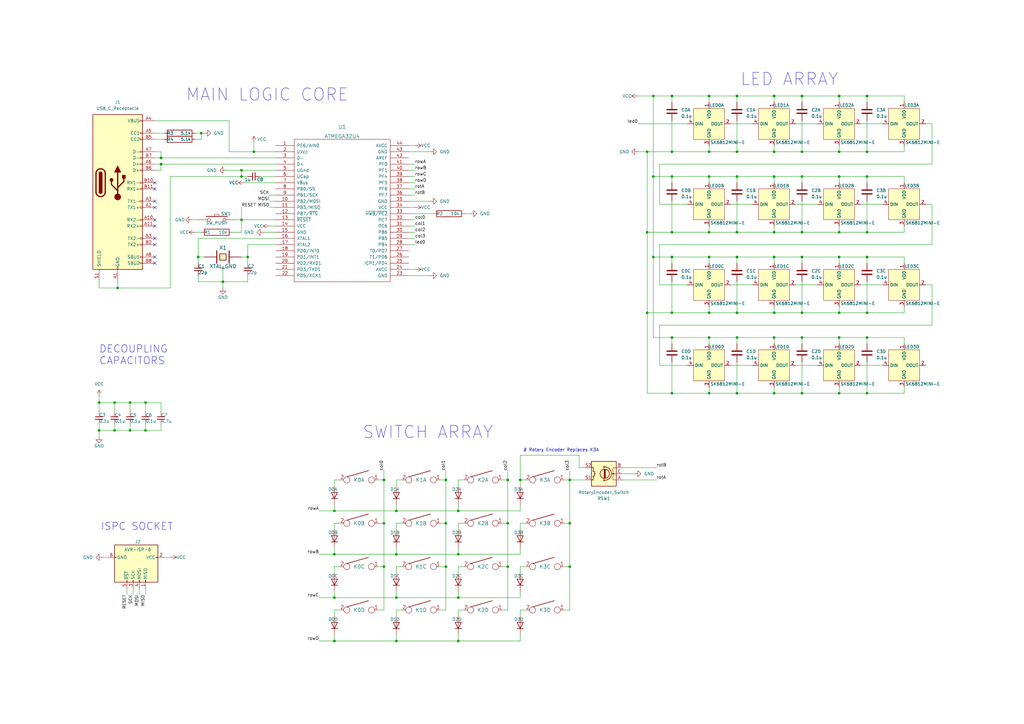
<source format=kicad_sch>
(kicad_sch (version 20230121) (generator eeschema)
  (paper "A3")
  (junction (at 290.83 138.43))
  (junction (at 317.5 105.41))
  (junction (at 344.17 138.43))
  (junction (at 344.17 161.29))
  (junction (at 162.56 245.11))
  (junction (at 317.5 62.23))
  (junction (at 317.5 128.27))
  (junction (at 275.59 62.23))
  (junction (at 317.5 95.25))
  (junction (at 182.88 232.41))
  (junction (at 233.68 196.85))
  (junction (at 233.68 232.41))
  (junction (at 59.69 165.1))
  (junction (at 53.34 165.1))
  (junction (at 162.56 262.89))
  (junction (at 66.04 67.31))
  (junction (at 162.56 209.55))
  (junction (at 355.6 39.37))
  (junction (at 344.17 72.39))
  (junction (at 40.64 165.1))
  (junction (at 317.5 39.37))
  (junction (at 290.83 161.29))
  (junction (at 328.93 128.27))
  (junction (at 275.59 72.39))
  (junction (at 355.6 105.41))
  (junction (at 275.59 95.25))
  (junction (at 290.83 39.37))
  (junction (at 302.26 138.43))
  (junction (at 157.48 214.63))
  (junction (at 290.83 95.25))
  (junction (at 265.43 95.25))
  (junction (at 328.93 161.29))
  (junction (at 91.44 115.57))
  (junction (at 208.28 196.85))
  (junction (at 290.83 105.41))
  (junction (at 48.26 118.11))
  (junction (at 182.88 214.63))
  (junction (at 275.59 39.37))
  (junction (at 275.59 128.27))
  (junction (at 275.59 138.43))
  (junction (at 81.28 105.41))
  (junction (at 99.06 69.85))
  (junction (at 302.26 161.29))
  (junction (at 328.93 72.39))
  (junction (at 328.93 62.23))
  (junction (at 104.14 62.23))
  (junction (at 344.17 95.25))
  (junction (at 208.28 214.63))
  (junction (at 46.99 165.1))
  (junction (at 162.56 227.33))
  (junction (at 66.04 64.77))
  (junction (at 267.97 72.39))
  (junction (at 137.16 262.89))
  (junction (at 290.83 72.39))
  (junction (at 355.6 95.25))
  (junction (at 267.97 39.37))
  (junction (at 101.6 105.41))
  (junction (at 137.16 227.33))
  (junction (at 157.48 196.85))
  (junction (at 46.99 176.53))
  (junction (at 302.26 62.23))
  (junction (at 355.6 62.23))
  (junction (at 40.64 176.53))
  (junction (at 302.26 72.39))
  (junction (at 187.96 209.55))
  (junction (at 355.6 161.29))
  (junction (at 213.36 196.85))
  (junction (at 344.17 39.37))
  (junction (at 355.6 72.39))
  (junction (at 187.96 262.89))
  (junction (at 302.26 39.37))
  (junction (at 302.26 128.27))
  (junction (at 275.59 161.29))
  (junction (at 265.43 128.27))
  (junction (at 267.97 105.41))
  (junction (at 137.16 209.55))
  (junction (at 290.83 62.23))
  (junction (at 59.69 176.53))
  (junction (at 182.88 196.85))
  (junction (at 317.5 138.43))
  (junction (at 275.59 105.41))
  (junction (at 157.48 232.41))
  (junction (at 53.34 176.53))
  (junction (at 317.5 72.39))
  (junction (at 82.55 54.61))
  (junction (at 302.26 95.25))
  (junction (at 187.96 227.33))
  (junction (at 99.06 90.17))
  (junction (at 344.17 105.41))
  (junction (at 208.28 232.41))
  (junction (at 187.96 245.11))
  (junction (at 344.17 128.27))
  (junction (at 290.83 128.27))
  (junction (at 302.26 105.41))
  (junction (at 344.17 62.23))
  (junction (at 99.06 72.39))
  (junction (at 328.93 95.25))
  (junction (at 328.93 39.37))
  (junction (at 137.16 245.11))
  (junction (at 328.93 105.41))
  (junction (at 355.6 138.43))
  (junction (at 317.5 161.29))
  (junction (at 328.93 138.43))
  (junction (at 355.6 128.27))
  (junction (at 265.43 62.23))
  (junction (at 233.68 214.63))
  (no_connect (at 63.5 85.09))
  (no_connect (at 63.5 77.47))
  (no_connect (at 63.5 82.55))
  (no_connect (at 63.5 74.93))
  (no_connect (at 63.5 107.95))
  (no_connect (at 63.5 97.79))
  (no_connect (at 63.5 100.33))
  (no_connect (at 63.5 92.71))
  (no_connect (at 63.5 105.41))
  (no_connect (at 63.5 90.17))
  (wire (pts (xy 270.51 100.33) (xy 382.27 100.33)))
  (wire (pts (xy 157.48 193.04) (xy 157.48 196.85)))
  (wire (pts (xy 328.93 138.43) (xy 317.5 138.43)))
  (wire (pts (xy 270.51 149.86) (xy 281.94 149.86)))
  (wire (pts (xy 137.16 262.89) (xy 162.56 262.89)))
  (wire (pts (xy 267.97 105.41) (xy 267.97 138.43)))
  (wire (pts (xy 80.01 54.61) (xy 82.55 54.61)))
  (wire (pts (xy 162.56 232.41) (xy 162.56 234.95)))
  (wire (pts (xy 167.64 67.31) (xy 170.18 67.31)))
  (wire (pts (xy 328.93 115.57) (xy 328.93 128.27)))
  (wire (pts (xy 355.6 72.39) (xy 355.6 74.93)))
  (wire (pts (xy 54.61 241.3) (xy 54.61 243.84)))
  (wire (pts (xy 215.9 196.85) (xy 213.36 196.85)))
  (wire (pts (xy 317.5 125.73) (xy 317.5 128.27)))
  (wire (pts (xy 205.74 214.63) (xy 208.28 214.63)))
  (wire (pts (xy 154.94 232.41) (xy 157.48 232.41)))
  (wire (pts (xy 302.26 161.29) (xy 290.83 161.29)))
  (wire (pts (xy 205.74 250.19) (xy 208.28 250.19)))
  (wire (pts (xy 137.16 207.01) (xy 137.16 209.55)))
  (wire (pts (xy 187.96 196.85) (xy 187.96 199.39)))
  (wire (pts (xy 275.59 72.39) (xy 275.59 74.93)))
  (wire (pts (xy 162.56 262.89) (xy 187.96 262.89)))
  (wire (pts (xy 317.5 105.41) (xy 302.26 105.41)))
  (wire (pts (xy 370.84 140.97) (xy 370.84 138.43)))
  (wire (pts (xy 302.26 105.41) (xy 302.26 107.95)))
  (wire (pts (xy 233.68 232.41) (xy 233.68 214.63)))
  (wire (pts (xy 317.5 74.93) (xy 317.5 72.39)))
  (wire (pts (xy 190.5 250.19) (xy 187.96 250.19)))
  (wire (pts (xy 231.14 214.63) (xy 233.68 214.63)))
  (wire (pts (xy 299.72 83.82) (xy 308.61 83.82)))
  (wire (pts (xy 379.73 50.8) (xy 382.27 50.8)))
  (wire (pts (xy 355.6 138.43) (xy 355.6 140.97)))
  (wire (pts (xy 59.69 173.99) (xy 59.69 176.53)))
  (wire (pts (xy 80.01 57.15) (xy 82.55 57.15)))
  (wire (pts (xy 182.88 214.63) (xy 182.88 196.85)))
  (wire (pts (xy 187.96 207.01) (xy 187.96 209.55)))
  (wire (pts (xy 190.5 232.41) (xy 187.96 232.41)))
  (wire (pts (xy 48.26 115.57) (xy 48.26 118.11)))
  (wire (pts (xy 299.72 50.8) (xy 308.61 50.8)))
  (wire (pts (xy 215.9 232.41) (xy 213.36 232.41)))
  (wire (pts (xy 162.56 245.11) (xy 162.56 242.57)))
  (wire (pts (xy 187.96 227.33) (xy 213.36 227.33)))
  (wire (pts (xy 290.83 161.29) (xy 290.83 158.75)))
  (wire (pts (xy 328.93 95.25) (xy 317.5 95.25)))
  (wire (pts (xy 139.7 250.19) (xy 137.16 250.19)))
  (wire (pts (xy 154.94 250.19) (xy 157.48 250.19)))
  (wire (pts (xy 317.5 59.69) (xy 317.5 62.23)))
  (wire (pts (xy 326.39 116.84) (xy 335.28 116.84)))
  (wire (pts (xy 100.33 74.93) (xy 113.03 74.93)))
  (wire (pts (xy 187.96 250.19) (xy 187.96 252.73)))
  (wire (pts (xy 63.5 54.61) (xy 67.31 54.61)))
  (wire (pts (xy 328.93 161.29) (xy 317.5 161.29)))
  (wire (pts (xy 290.83 128.27) (xy 290.83 125.73)))
  (wire (pts (xy 208.28 193.04) (xy 208.28 196.85)))
  (wire (pts (xy 370.84 92.71) (xy 370.84 95.25)))
  (wire (pts (xy 167.64 95.25) (xy 170.18 95.25)))
  (wire (pts (xy 95.25 95.25) (xy 99.06 95.25)))
  (wire (pts (xy 69.85 228.6) (xy 67.31 228.6)))
  (wire (pts (xy 165.1 196.85) (xy 162.56 196.85)))
  (wire (pts (xy 328.93 138.43) (xy 328.93 140.97)))
  (wire (pts (xy 80.01 95.25) (xy 82.55 95.25)))
  (wire (pts (xy 260.35 194.31) (xy 255.27 194.31)))
  (wire (pts (xy 270.51 100.33) (xy 270.51 116.84)))
  (wire (pts (xy 93.98 49.53) (xy 93.98 62.23)))
  (wire (pts (xy 130.81 209.55) (xy 137.16 209.55)))
  (wire (pts (xy 167.64 72.39) (xy 170.18 72.39)))
  (wire (pts (xy 353.06 116.84) (xy 361.95 116.84)))
  (wire (pts (xy 78.74 90.17) (xy 81.28 90.17)))
  (wire (pts (xy 355.6 128.27) (xy 344.17 128.27)))
  (wire (pts (xy 81.28 97.79) (xy 81.28 105.41)))
  (wire (pts (xy 66.04 165.1) (xy 59.69 165.1)))
  (wire (pts (xy 302.26 49.53) (xy 302.26 62.23)))
  (wire (pts (xy 317.5 128.27) (xy 302.26 128.27)))
  (wire (pts (xy 46.99 165.1) (xy 46.99 168.91)))
  (wire (pts (xy 265.43 95.25) (xy 265.43 128.27)))
  (wire (pts (xy 187.96 242.57) (xy 187.96 245.11)))
  (wire (pts (xy 275.59 39.37) (xy 275.59 41.91)))
  (wire (pts (xy 265.43 95.25) (xy 275.59 95.25)))
  (wire (pts (xy 165.1 250.19) (xy 162.56 250.19)))
  (wire (pts (xy 370.84 74.93) (xy 370.84 72.39)))
  (wire (pts (xy 46.99 176.53) (xy 40.64 176.53)))
  (wire (pts (xy 208.28 214.63) (xy 208.28 196.85)))
  (wire (pts (xy 66.04 69.85) (xy 66.04 67.31)))
  (wire (pts (xy 267.97 138.43) (xy 275.59 138.43)))
  (wire (pts (xy 233.68 196.85) (xy 240.03 196.85)))
  (wire (pts (xy 344.17 92.71) (xy 344.17 95.25)))
  (wire (pts (xy 157.48 232.41) (xy 157.48 214.63)))
  (wire (pts (xy 46.99 173.99) (xy 46.99 176.53)))
  (wire (pts (xy 270.51 83.82) (xy 281.94 83.82)))
  (wire (pts (xy 275.59 49.53) (xy 275.59 62.23)))
  (wire (pts (xy 275.59 82.55) (xy 275.59 95.25)))
  (wire (pts (xy 370.84 125.73) (xy 370.84 128.27)))
  (wire (pts (xy 299.72 116.84) (xy 308.61 116.84)))
  (wire (pts (xy 167.64 97.79) (xy 170.18 97.79)))
  (wire (pts (xy 40.64 176.53) (xy 40.64 173.99)))
  (wire (pts (xy 290.83 72.39) (xy 275.59 72.39)))
  (wire (pts (xy 355.6 105.41) (xy 344.17 105.41)))
  (wire (pts (xy 139.7 196.85) (xy 137.16 196.85)))
  (wire (pts (xy 237.49 191.77) (xy 237.49 186.69)))
  (wire (pts (xy 353.06 83.82) (xy 361.95 83.82)))
  (wire (pts (xy 208.28 196.85) (xy 205.74 196.85)))
  (wire (pts (xy 213.36 262.89) (xy 213.36 260.35)))
  (wire (pts (xy 213.36 209.55) (xy 213.36 207.01)))
  (wire (pts (xy 328.93 82.55) (xy 328.93 95.25)))
  (wire (pts (xy 370.84 158.75) (xy 370.84 161.29)))
  (wire (pts (xy 167.64 74.93) (xy 170.18 74.93)))
  (wire (pts (xy 326.39 83.82) (xy 335.28 83.82)))
  (wire (pts (xy 344.17 158.75) (xy 344.17 161.29)))
  (wire (pts (xy 302.26 138.43) (xy 302.26 140.97)))
  (wire (pts (xy 261.62 39.37) (xy 267.97 39.37)))
  (wire (pts (xy 59.69 241.3) (xy 59.69 243.84)))
  (wire (pts (xy 328.93 72.39) (xy 328.93 74.93)))
  (wire (pts (xy 46.99 165.1) (xy 40.64 165.1)))
  (wire (pts (xy 290.83 41.91) (xy 290.83 39.37)))
  (wire (pts (xy 302.26 39.37) (xy 290.83 39.37)))
  (wire (pts (xy 344.17 59.69) (xy 344.17 62.23)))
  (wire (pts (xy 92.71 69.85) (xy 99.06 69.85)))
  (wire (pts (xy 63.5 49.53) (xy 93.98 49.53)))
  (wire (pts (xy 167.64 62.23) (xy 176.53 62.23)))
  (wire (pts (xy 382.27 116.84) (xy 382.27 133.35)))
  (wire (pts (xy 81.28 113.03) (xy 81.28 115.57)))
  (wire (pts (xy 302.26 115.57) (xy 302.26 128.27)))
  (wire (pts (xy 213.36 186.69) (xy 213.36 196.85)))
  (wire (pts (xy 261.62 62.23) (xy 265.43 62.23)))
  (wire (pts (xy 53.34 173.99) (xy 53.34 176.53)))
  (wire (pts (xy 370.84 107.95) (xy 370.84 105.41)))
  (wire (pts (xy 261.62 50.8) (xy 281.94 50.8)))
  (wire (pts (xy 107.95 95.25) (xy 113.03 95.25)))
  (wire (pts (xy 355.6 115.57) (xy 355.6 128.27)))
  (wire (pts (xy 302.26 148.59) (xy 302.26 161.29)))
  (wire (pts (xy 317.5 92.71) (xy 317.5 95.25)))
  (wire (pts (xy 344.17 39.37) (xy 328.93 39.37)))
  (wire (pts (xy 328.93 39.37) (xy 317.5 39.37)))
  (wire (pts (xy 275.59 148.59) (xy 275.59 161.29)))
  (wire (pts (xy 344.17 140.97) (xy 344.17 138.43)))
  (wire (pts (xy 317.5 95.25) (xy 302.26 95.25)))
  (wire (pts (xy 106.68 72.39) (xy 113.03 72.39)))
  (wire (pts (xy 66.04 62.23) (xy 66.04 64.77)))
  (wire (pts (xy 162.56 227.33) (xy 162.56 224.79)))
  (wire (pts (xy 167.64 80.01) (xy 170.18 80.01)))
  (wire (pts (xy 240.03 191.77) (xy 237.49 191.77)))
  (wire (pts (xy 270.51 67.31) (xy 270.51 83.82)))
  (wire (pts (xy 182.88 193.04) (xy 182.88 196.85)))
  (wire (pts (xy 302.26 95.25) (xy 290.83 95.25)))
  (wire (pts (xy 328.93 49.53) (xy 328.93 62.23)))
  (wire (pts (xy 162.56 262.89) (xy 162.56 260.35)))
  (wire (pts (xy 66.04 173.99) (xy 66.04 176.53)))
  (wire (pts (xy 137.16 260.35) (xy 137.16 262.89)))
  (wire (pts (xy 137.16 232.41) (xy 137.16 234.95)))
  (wire (pts (xy 370.84 105.41) (xy 355.6 105.41)))
  (wire (pts (xy 299.72 149.86) (xy 308.61 149.86)))
  (wire (pts (xy 213.36 232.41) (xy 213.36 234.95)))
  (wire (pts (xy 52.07 241.3) (xy 52.07 243.84)))
  (wire (pts (xy 53.34 165.1) (xy 53.34 168.91)))
  (wire (pts (xy 162.56 196.85) (xy 162.56 199.39)))
  (wire (pts (xy 328.93 105.41) (xy 328.93 107.95)))
  (wire (pts (xy 290.83 105.41) (xy 275.59 105.41)))
  (wire (pts (xy 267.97 105.41) (xy 275.59 105.41)))
  (wire (pts (xy 275.59 138.43) (xy 275.59 140.97)))
  (wire (pts (xy 187.96 260.35) (xy 187.96 262.89)))
  (wire (pts (xy 370.84 95.25) (xy 355.6 95.25)))
  (wire (pts (xy 53.34 176.53) (xy 46.99 176.53)))
  (wire (pts (xy 44.45 228.6) (xy 41.91 228.6)))
  (wire (pts (xy 355.6 148.59) (xy 355.6 161.29)))
  (wire (pts (xy 66.04 168.91) (xy 66.04 165.1)))
  (wire (pts (xy 275.59 128.27) (xy 290.83 128.27)))
  (wire (pts (xy 137.16 242.57) (xy 137.16 245.11)))
  (wire (pts (xy 344.17 105.41) (xy 328.93 105.41)))
  (wire (pts (xy 344.17 95.25) (xy 328.93 95.25)))
  (wire (pts (xy 344.17 125.73) (xy 344.17 128.27)))
  (wire (pts (xy 355.6 72.39) (xy 344.17 72.39)))
  (wire (pts (xy 167.64 113.03) (xy 176.53 113.03)))
  (wire (pts (xy 237.49 186.69) (xy 213.36 186.69)))
  (wire (pts (xy 265.43 95.25) (xy 265.43 62.23)))
  (wire (pts (xy 63.5 57.15) (xy 67.31 57.15)))
  (wire (pts (xy 91.44 115.57) (xy 91.44 118.11)))
  (wire (pts (xy 154.94 214.63) (xy 157.48 214.63)))
  (wire (pts (xy 187.96 214.63) (xy 187.96 217.17)))
  (wire (pts (xy 267.97 72.39) (xy 267.97 105.41)))
  (wire (pts (xy 382.27 83.82) (xy 382.27 100.33)))
  (wire (pts (xy 81.28 115.57) (xy 91.44 115.57)))
  (wire (pts (xy 355.6 39.37) (xy 355.6 41.91)))
  (wire (pts (xy 69.85 72.39) (xy 69.85 118.11)))
  (wire (pts (xy 81.28 97.79) (xy 113.03 97.79)))
  (wire (pts (xy 187.96 262.89) (xy 213.36 262.89)))
  (wire (pts (xy 290.83 107.95) (xy 290.83 105.41)))
  (wire (pts (xy 370.84 128.27) (xy 355.6 128.27)))
  (wire (pts (xy 139.7 214.63) (xy 137.16 214.63)))
  (wire (pts (xy 157.48 250.19) (xy 157.48 232.41)))
  (wire (pts (xy 180.34 250.19) (xy 182.88 250.19)))
  (wire (pts (xy 233.68 193.04) (xy 233.68 196.85)))
  (wire (pts (xy 91.44 115.57) (xy 101.6 115.57)))
  (wire (pts (xy 162.56 250.19) (xy 162.56 252.73)))
  (wire (pts (xy 66.04 176.53) (xy 59.69 176.53)))
  (wire (pts (xy 317.5 62.23) (xy 302.26 62.23)))
  (wire (pts (xy 353.06 50.8) (xy 361.95 50.8)))
  (wire (pts (xy 290.83 138.43) (xy 275.59 138.43)))
  (wire (pts (xy 99.06 69.85) (xy 113.03 69.85)))
  (wire (pts (xy 370.84 62.23) (xy 355.6 62.23)))
  (wire (pts (xy 40.64 176.53) (xy 40.64 179.07)))
  (wire (pts (xy 99.06 90.17) (xy 113.03 90.17)))
  (wire (pts (xy 370.84 39.37) (xy 355.6 39.37)))
  (wire (pts (xy 379.73 116.84) (xy 382.27 116.84)))
  (wire (pts (xy 167.64 77.47) (xy 170.18 77.47)))
  (wire (pts (xy 162.56 209.55) (xy 162.56 207.01)))
  (wire (pts (xy 137.16 245.11) (xy 162.56 245.11)))
  (wire (pts (xy 96.52 90.17) (xy 99.06 90.17)))
  (wire (pts (xy 182.88 250.19) (xy 182.88 232.41)))
  (wire (pts (xy 180.34 232.41) (xy 182.88 232.41)))
  (wire (pts (xy 167.64 100.33) (xy 170.18 100.33)))
  (wire (pts (xy 182.88 232.41) (xy 182.88 214.63)))
  (wire (pts (xy 137.16 227.33) (xy 162.56 227.33)))
  (wire (pts (xy 344.17 74.93) (xy 344.17 72.39)))
  (wire (pts (xy 302.26 62.23) (xy 290.83 62.23)))
  (wire (pts (xy 270.51 133.35) (xy 382.27 133.35)))
  (wire (pts (xy 167.64 90.17) (xy 170.18 90.17)))
  (wire (pts (xy 104.14 62.23) (xy 113.03 62.23)))
  (wire (pts (xy 101.6 105.41) (xy 101.6 107.95)))
  (wire (pts (xy 101.6 100.33) (xy 113.03 100.33)))
  (wire (pts (xy 165.1 214.63) (xy 162.56 214.63)))
  (wire (pts (xy 344.17 138.43) (xy 328.93 138.43)))
  (wire (pts (xy 215.9 250.19) (xy 213.36 250.19)))
  (wire (pts (xy 187.96 209.55) (xy 213.36 209.55)))
  (wire (pts (xy 63.5 62.23) (xy 66.04 62.23)))
  (wire (pts (xy 344.17 72.39) (xy 328.93 72.39)))
  (wire (pts (xy 267.97 72.39) (xy 267.97 39.37)))
  (wire (pts (xy 302.26 72.39) (xy 302.26 74.93)))
  (wire (pts (xy 213.36 227.33) (xy 213.36 224.79)))
  (wire (pts (xy 110.49 85.09) (xy 113.03 85.09)))
  (wire (pts (xy 187.96 232.41) (xy 187.96 234.95)))
  (wire (pts (xy 267.97 72.39) (xy 275.59 72.39)))
  (wire (pts (xy 40.64 115.57) (xy 40.64 118.11)))
  (wire (pts (xy 355.6 138.43) (xy 344.17 138.43)))
  (wire (pts (xy 344.17 128.27) (xy 328.93 128.27)))
  (wire (pts (xy 40.64 165.1) (xy 40.64 168.91)))
  (wire (pts (xy 162.56 209.55) (xy 187.96 209.55)))
  (wire (pts (xy 265.43 128.27) (xy 265.43 161.29)))
  (wire (pts (xy 344.17 41.91) (xy 344.17 39.37)))
  (wire (pts (xy 231.14 232.41) (xy 233.68 232.41)))
  (wire (pts (xy 66.04 64.77) (xy 113.03 64.77)))
  (wire (pts (xy 355.6 95.25) (xy 344.17 95.25)))
  (wire (pts (xy 317.5 140.97) (xy 317.5 138.43)))
  (wire (pts (xy 57.15 241.3) (xy 57.15 243.84)))
  (wire (pts (xy 93.98 62.23) (xy 104.14 62.23)))
  (wire (pts (xy 370.84 72.39) (xy 355.6 72.39)))
  (wire (pts (xy 157.48 196.85) (xy 154.94 196.85)))
  (wire (pts (xy 48.26 118.11) (xy 69.85 118.11)))
  (wire (pts (xy 269.24 196.85) (xy 255.27 196.85)))
  (wire (pts (xy 302.26 72.39) (xy 290.83 72.39)))
  (wire (pts (xy 370.84 138.43) (xy 355.6 138.43)))
  (wire (pts (xy 328.93 62.23) (xy 317.5 62.23)))
  (wire (pts (xy 167.64 110.49) (xy 170.18 110.49)))
  (wire (pts (xy 317.5 41.91) (xy 317.5 39.37)))
  (wire (pts (xy 326.39 149.86) (xy 335.28 149.86)))
  (wire (pts (xy 355.6 39.37) (xy 344.17 39.37)))
  (wire (pts (xy 99.06 72.39) (xy 69.85 72.39)))
  (wire (pts (xy 213.36 196.85) (xy 213.36 199.39)))
  (wire (pts (xy 167.64 59.69) (xy 170.18 59.69)))
  (wire (pts (xy 302.26 138.43) (xy 290.83 138.43)))
  (wire (pts (xy 344.17 107.95) (xy 344.17 105.41)))
  (wire (pts (xy 344.17 161.29) (xy 328.93 161.29)))
  (wire (pts (xy 82.55 57.15) (xy 82.55 54.61)))
  (wire (pts (xy 208.28 232.41) (xy 208.28 214.63)))
  (wire (pts (xy 59.69 176.53) (xy 53.34 176.53)))
  (wire (pts (xy 130.81 245.11) (xy 137.16 245.11)))
  (wire (pts (xy 355.6 49.53) (xy 355.6 62.23)))
  (wire (pts (xy 190.5 196.85) (xy 187.96 196.85)))
  (wire (pts (xy 130.81 227.33) (xy 137.16 227.33)))
  (wire (pts (xy 66.04 67.31) (xy 113.03 67.31)))
  (wire (pts (xy 162.56 227.33) (xy 187.96 227.33)))
  (wire (pts (xy 233.68 214.63) (xy 233.68 196.85)))
  (wire (pts (xy 157.48 214.63) (xy 157.48 196.85)))
  (wire (pts (xy 302.26 105.41) (xy 290.83 105.41)))
  (wire (pts (xy 328.93 148.59) (xy 328.93 161.29)))
  (wire (pts (xy 59.69 165.1) (xy 59.69 168.91)))
  (wire (pts (xy 302.26 128.27) (xy 290.83 128.27)))
  (wire (pts (xy 317.5 161.29) (xy 302.26 161.29)))
  (wire (pts (xy 40.64 162.56) (xy 40.64 165.1)))
  (wire (pts (xy 205.74 232.41) (xy 208.28 232.41)))
  (wire (pts (xy 270.51 67.31) (xy 382.27 67.31)))
  (wire (pts (xy 182.88 196.85) (xy 180.34 196.85)))
  (wire (pts (xy 81.28 105.41) (xy 81.28 107.95)))
  (wire (pts (xy 213.36 245.11) (xy 213.36 242.57)))
  (wire (pts (xy 290.83 74.93) (xy 290.83 72.39)))
  (wire (pts (xy 215.9 214.63) (xy 213.36 214.63)))
  (wire (pts (xy 91.44 110.49) (xy 91.44 115.57)))
  (wire (pts (xy 130.81 262.89) (xy 137.16 262.89)))
  (wire (pts (xy 167.64 87.63) (xy 177.8 87.63)))
  (wire (pts (xy 355.6 82.55) (xy 355.6 95.25)))
  (wire (pts (xy 110.49 82.55) (xy 113.03 82.55)))
  (wire (pts (xy 213.36 250.19) (xy 213.36 252.73)))
  (wire (pts (xy 165.1 232.41) (xy 162.56 232.41)))
  (wire (pts (xy 101.6 100.33) (xy 101.6 105.41)))
  (wire (pts (xy 290.83 39.37) (xy 275.59 39.37)))
  (wire (pts (xy 370.84 59.69) (xy 370.84 62.23)))
  (wire (pts (xy 187.96 224.79) (xy 187.96 227.33)))
  (wire (pts (xy 162.56 245.11) (xy 187.96 245.11)))
  (wire (pts (xy 63.5 64.77) (xy 66.04 64.77)))
  (wire (pts (xy 317.5 39.37) (xy 302.26 39.37)))
  (wire (pts (xy 290.83 95.25) (xy 290.83 92.71)))
  (wire (pts (xy 275.59 161.29) (xy 290.83 161.29)))
  (wire (pts (xy 317.5 158.75) (xy 317.5 161.29)))
  (wire (pts (xy 83.82 105.41) (xy 81.28 105.41)))
  (wire (pts (xy 355.6 105.41) (xy 355.6 107.95)))
  (wire (pts (xy 290.83 62.23) (xy 290.83 59.69)))
  (wire (pts (xy 213.36 214.63) (xy 213.36 217.17)))
  (wire (pts (xy 275.59 62.23) (xy 290.83 62.23)))
  (wire (pts (xy 233.68 196.85) (xy 231.14 196.85)))
  (wire (pts (xy 328.93 105.41) (xy 317.5 105.41)))
  (wire (pts (xy 317.5 138.43) (xy 302.26 138.43)))
  (wire (pts (xy 63.5 67.31) (xy 66.04 67.31)))
  (wire (pts (xy 275.59 105.41) (xy 275.59 107.95)))
  (wire (pts (xy 63.5 69.85) (xy 66.04 69.85)))
  (wire (pts (xy 370.84 161.29) (xy 355.6 161.29)))
  (wire (pts (xy 110.49 80.01) (xy 113.03 80.01)))
  (wire (pts (xy 302.26 39.37) (xy 302.26 41.91)))
  (wire (pts (xy 82.55 54.61) (xy 83.82 54.61)))
  (wire (pts (xy 167.64 85.09) (xy 170.18 85.09)))
  (wire (pts (xy 275.59 95.25) (xy 290.83 95.25)))
  (wire (pts (xy 187.96 245.11) (xy 213.36 245.11)))
  (wire (pts (xy 104.14 58.42) (xy 104.14 62.23)))
  (wire (pts (xy 137.16 209.55) (xy 162.56 209.55)))
  (wire (pts (xy 382.27 50.8) (xy 382.27 67.31)))
  (wire (pts (xy 167.64 69.85) (xy 170.18 69.85)))
  (wire (pts (xy 328.93 72.39) (xy 317.5 72.39)))
  (wire (pts (xy 139.7 232.41) (xy 137.16 232.41)))
  (wire (pts (xy 110.49 92.71) (xy 113.03 92.71)))
  (wire (pts (xy 326.39 50.8) (xy 335.28 50.8)))
  (wire (pts (xy 270.51 116.84) (xy 281.94 116.84)))
  (wire (pts (xy 167.64 82.55) (xy 176.53 82.55)))
  (wire (pts (xy 99.06 90.17) (xy 99.06 95.25)))
  (wire (pts (xy 137.16 250.19) (xy 137.16 252.73)))
  (wire (pts (xy 355.6 161.29) (xy 344.17 161.29)))
  (wire (pts (xy 317.5 107.95) (xy 317.5 105.41)))
  (wire (pts (xy 379.73 83.82) (xy 382.27 83.82)))
  (wire (pts (xy 275.59 115.57) (xy 275.59 128.27)))
  (wire (pts (xy 265.43 128.27) (xy 275.59 128.27)))
  (wire (pts (xy 59.69 165.1) (xy 53.34 165.1)))
  (wire (pts (xy 40.64 118.11) (xy 48.26 118.11)))
  (wire (pts (xy 328.93 128.27) (xy 317.5 128.27)))
  (wire (pts (xy 255.27 191.77) (xy 269.24 191.77)))
  (wire (pts (xy 370.84 41.91) (xy 370.84 39.37)))
  (wire (pts (xy 290.83 140.97) (xy 290.83 138.43)))
  (wire (pts (xy 99.06 72.39) (xy 99.06 69.85)))
  (wire (pts (xy 190.5 214.63) (xy 187.96 214.63)))
  (wire (pts (xy 53.34 165.1) (xy 46.99 165.1)))
  (wire (pts (xy 137.16 196.85) (xy 137.16 199.39)))
  (wire (pts (xy 208.28 250.19) (xy 208.28 232.41)))
  (wire (pts (xy 101.6 115.57) (xy 101.6 113.03)))
  (wire (pts (xy 344.17 62.23) (xy 328.93 62.23)))
  (wire (pts (xy 317.5 72.39) (xy 302.26 72.39)))
  (wire (pts (xy 328.93 39.37) (xy 328.93 41.91)))
  (wire (pts (xy 270.51 133.35) (xy 270.51 149.86)))
  (wire (pts (xy 265.43 62.23) (xy 275.59 62.23)))
  (wire (pts (xy 101.6 72.39) (xy 99.06 72.39)))
  (wire (pts (xy 180.34 214.63) (xy 182.88 214.63)))
  (wire (pts (xy 99.06 85.09) (xy 99.06 90.17)))
  (wire (pts (xy 355.6 62.23) (xy 344.17 62.23)))
  (wire (pts (xy 162.56 214.63) (xy 162.56 217.17)))
  (wire (pts (xy 302.26 82.55) (xy 302.26 95.25)))
  (wire (pts (xy 137.16 224.79) (xy 137.16 227.33)))
  (wire (pts (xy 265.43 161.29) (xy 275.59 161.29)))
  (wire (pts (xy 233.68 250.19) (xy 233.68 232.41)))
  (wire (pts (xy 137.16 214.63) (xy 137.16 217.17)))
  (wire (pts (xy 231.14 250.19) (xy 233.68 250.19)))
  (wire (pts (xy 190.5 87.63) (xy 193.04 87.63)))
  (wire (pts (xy 99.06 105.41) (xy 101.6 105.41)))
  (wire (pts (xy 167.64 92.71) (xy 170.18 92.71)))
  (wire (pts (xy 353.06 149.86) (xy 361.95 149.86)))
  (wire (pts (xy 267.97 39.37) (xy 275.59 39.37)))
  (text "# Rotary Encoder Replaces K3A" (at 214.63 185.42 0) (effects (font (size 1.27 1.27)) (justify left bottom)))
  (text "MAIN LOGIC CORE" (at 76.2 41.91 0) (effects (font (size 5 5)) (justify left bottom)))
  (text "ISPC SOCKET" (at 41.275 217.805 0) (effects (font (size 3 3)) (justify left bottom)))
  (text "DECOUPLING\nCAPACITORS" (at 40.64 149.86 0) (effects (font (size 3 3)) (justify left bottom)))
  (text "SWITCH ARRAY" (at 148.59 180.34 0) (effects (font (size 5 5)) (justify left bottom)))
  (text "LED ARRAY" (at 303.53 35.56 0) (effects (font (size 5 5)) (justify left bottom)))
  (label "MOSI" (at 110.49 82.55 180))
  (label "RESET" (at 52.07 243.84 270))
  (label "SCK" (at 110.49 80.01 180))
  (label "col1" (at 182.88 193.04 90))
  (label "rowA" (at 170.18 67.31 0))
  (label "col3" (at 233.68 193.04 90))
  (label "rowC" (at 170.18 72.39 0))
  (label "rowB" (at 130.81 227.33 180))
  (label "rowB" (at 170.18 69.85 0))
  (label "rotA" (at 170.18 77.47 0))
  (label "RESET" (at 99.06 85.09 0))
  (label "rowD" (at 170.18 74.93 0))
  (label "col1" (at 170.18 92.71 0))
  (label "rotA" (at 269.24 196.85 0))
  (label "SCK" (at 54.61 243.84 270))
  (label "col0" (at 170.18 90.17 0))
  (label "MISO" (at 110.49 85.09 180))
  (label "col2" (at 208.28 193.04 90))
  (label "rowA" (at 130.81 209.55 180))
  (label "rowC" (at 130.81 245.11 180))
  (label "col2" (at 170.18 95.25 0))
  (label "rotB" (at 269.24 191.77 0))
  (label "col0" (at 157.48 193.04 90))
  (label "MOSI" (at 57.15 243.84 270))
  (label "rowD" (at 130.81 262.89 180))
  (label "led0" (at 261.62 50.8 180))
  (label "led0" (at 170.18 100.33 0))
  (label "col3" (at 170.18 97.79 0))
  (label "rotB" (at 170.18 80.01 0))
  (label "MISO" (at 59.69 243.84 270))
  (symbol (lib_name "GND_2") (lib_id "power:GND") (at 260.35 194.31 90) (unit 1)
    (property "Reference" "#PWR0119" (effects hide))
    (property "Value" "GND" (at 264.16 194.3101 90) (effects (justify right)))
  )
  (symbol (lib_id "power:VCC") (at 40.64 162.56 0) (unit 1)
    (property "Reference" "#PWR0105" (effects hide))
    (property "Value" "VCC" (at 40.64 157.48 0))
  )
  (symbol (lib_id "Device:RotaryEncoder_Switch") (at 247.65 194.31 180) (unit 1)
    (property "Reference" "RSW1" (at 247.65 204.47 0))
    (property "Value" "RotaryEncoder_Switch" (at 247.65 201.93 0))
    (property "Footprint" "Rotary_Encoder:RotaryEncoder_Alps_EC12E_Vertical_H20mm" (effects hide))
  )
  (symbol (lib_id "Device:D") (at 137.16 203.2 90) (unit 1)
    (property "Reference" "D0A" (at 134.62 200.66 90) (effects (justify right)))
    (property "Value" "D" (effects hide))
    (property "Footprint" "Diode_THT:D_DO-35_SOD27_P7.62mm_Horizontal" (effects hide))
  )
  (symbol (lib_id "keyboard_parts:KEYSW") (at 147.32 232.41 0) (unit 1)
    (property "Reference" "K0C" (at 147.32 232.41 0) (effects (font (size 1.524 1.524))))
    (property "Value" "KEYSW" (effects hide))
    (property "Footprint" "keyswitches.pretty-master:Kailh_socket_MX" (effects hide))
  )
  (symbol (lib_id "Device:D") (at 187.96 238.76 90) (unit 1)
    (property "Reference" "D2C" (at 185.42 236.22 90) (effects (justify right)))
    (property "Value" "D" (effects hide))
    (property "Footprint" "Diode_THT:D_DO-35_SOD27_P7.62mm_Horizontal" (effects hide))
  )
  (symbol (lib_name "VCC_2") (lib_id "power:VCC") (at 104.14 58.42 0) (unit 1)
    (property "Reference" "#PWR0109" (effects hide))
    (property "Value" "VCC" (at 105.41 57.15 0) (effects (justify left)))
  )
  (symbol (lib_id "Device:C") (at 302.26 78.74 0) (unit 1)
    (property "Reference" "C1B" (at 306.07 78.105 0) (effects (justify left)))
    (property "Value" "0.1u" (at 306.07 80.645 0) (effects (justify left)))
  )
  (symbol (lib_name "GND_1") (lib_id "power:GND") (at 83.82 54.61 90) (unit 1)
    (property "Reference" "#PWR0108" (effects hide))
    (property "Value" "GND" (at 87.63 54.6099 90) (effects (justify right)))
  )
  (symbol (lib_id "keyboard_parts:KEYSW") (at 147.32 250.19 0) (unit 1)
    (property "Reference" "K0D" (at 147.32 250.19 0) (effects (font (size 1.524 1.524))))
    (property "Value" "KEYSW" (effects hide))
    (property "Footprint" "keyswitches.pretty-master:Kailh_socket_MX" (effects hide))
  )
  (symbol (lib_id "Device:D") (at 162.56 203.2 90) (unit 1)
    (property "Reference" "D1A" (at 160.02 200.66 90) (effects (justify right)))
    (property "Value" "D" (effects hide))
    (property "Footprint" "Diode_THT:D_DO-35_SOD27_P7.62mm_Horizontal" (effects hide))
  )
  (symbol (lib_id "keyboard_parts:KEYSW") (at 223.52 232.41 0) (unit 1)
    (property "Reference" "K3C" (at 223.52 232.41 0) (effects (font (size 1.524 1.524))))
    (property "Value" "KEYSW" (effects hide))
    (property "Footprint" "keyswitches.pretty-master:Kailh_socket_MX" (effects hide))
  )
  (symbol (lib_id "RB_KeyboardParts:SK6812MINI-E") (at 290.83 83.82 0) (unit 1)
    (property "Reference" "LED0B" (at 294.005 76.2 0))
    (property "Value" "SK6812MINI-E" (at 298.45 91.44 0))
    (property "Datasheet" "https://cdn-shop.adafruit.com/product-files/4960/4960_SK6812MINI-E_REV02_EN.pdf" (effects hide))
  )
  (symbol (lib_name "GND_2") (lib_id "power:GND") (at 176.53 113.03 90) (unit 1)
    (property "Reference" "#PWR0114" (effects hide))
    (property "Value" "GND" (at 180.34 113.0299 90) (effects (justify right)))
  )
  (symbol (lib_name "C_Small_1") (lib_id "Device:C_Small") (at 104.14 72.39 270) (unit 1)
    (property "Reference" "C8" (at 106.68 73.66 90))
    (property "Value" "1u" (at 101.6 73.66 90))
    (property "Footprint" "Capacitor_SMD:C_0805_2012Metric_Pad1.18x1.45mm_HandSolder" (effects hide))
  )
  (symbol (lib_id "RB_KeyboardParts:SK6812MINI-E") (at 290.83 116.84 0) (unit 1)
    (property "Reference" "LED0C" (at 294.005 109.22 0))
    (property "Value" "SK6812MINI-E" (at 298.45 124.46 0))
    (property "Datasheet" "https://cdn-shop.adafruit.com/product-files/4960/4960_SK6812MINI-E_REV02_EN.pdf" (effects hide))
  )
  (symbol (lib_name "VCC_3") (lib_id "power:VCC") (at 170.18 59.69 270) (unit 1)
    (property "Reference" "#PWR0117" (effects hide))
    (property "Value" "VCC" (at 172.72 59.69 90) (effects (justify left)))
  )
  (symbol (lib_id "Device:C_Small") (at 46.99 171.45 0) (unit 1)
    (property "Reference" "C4" (at 46.99 170.18 0) (effects (justify left)))
    (property "Value" "0.1u" (at 46.99 172.72 0) (effects (justify left)))
    (property "Footprint" "Capacitor_SMD:C_0805_2012Metric_Pad1.18x1.45mm_HandSolder" (effects hide))
  )
  (symbol (lib_id "keyboard_parts:SW_PUSH") (at 88.9 90.17 0) (unit 1)
    (property "Reference" "SW1" (at 92.71 87.63 0))
    (property "Value" "SW_PUSH" (at 88.9 91.44 0))
    (property "Footprint" "Button_Switch_THT:SW_PUSH_6mm" (effects hide))
  )
  (symbol (lib_id "Device:C_Small") (at 101.6 110.49 0) (unit 1)
    (property "Reference" "C2" (at 101.6 109.22 0) (effects (justify left)))
    (property "Value" "22p" (at 101.6 111.76 0) (effects (justify left)))
    (property "Footprint" "Capacitor_SMD:C_0805_2012Metric_Pad1.18x1.45mm_HandSolder" (effects hide))
  )
  (symbol (lib_id "keyboard_parts:KEYSW") (at 172.72 214.63 0) (unit 1)
    (property "Reference" "K1B" (at 172.72 214.63 0) (effects (font (size 1.524 1.524))))
    (property "Value" "KEYSW" (effects hide))
    (property "Footprint" "keyswitches.pretty-master:Kailh_socket_MX" (effects hide))
  )
  (symbol (lib_id "Device:D") (at 213.36 238.76 90) (unit 1)
    (property "Reference" "D3C" (at 210.82 236.22 90) (effects (justify right)))
    (property "Value" "D" (effects hide))
    (property "Footprint" "Diode_THT:D_DO-35_SOD27_P7.62mm_Horizontal" (effects hide))
  )
  (symbol (lib_name "GND_2") (lib_id "power:GND") (at 92.71 69.85 270) (unit 1)
    (property "Reference" "#PWR0110" (effects hide))
    (property "Value" "GND" (at 88.9 69.8499 90) (effects (justify right)))
  )
  (symbol (lib_id "keyboard_parts:KEYSW") (at 223.52 250.19 0) (unit 1)
    (property "Reference" "K3D" (at 223.52 250.19 0) (effects (font (size 1.524 1.524))))
    (property "Value" "KEYSW" (effects hide))
    (property "Footprint" "keyswitches.pretty-master:Kailh_socket_MX" (effects hide))
  )
  (symbol (lib_id "keyboard_parts:KEYSW") (at 198.12 250.19 0) (unit 1)
    (property "Reference" "K2D" (at 198.12 250.19 0) (effects (font (size 1.524 1.524))))
    (property "Value" "KEYSW" (effects hide))
    (property "Footprint" "keyswitches.pretty-master:Kailh_socket_MX" (effects hide))
  )
  (symbol (lib_name "VCC_3") (lib_id "power:VCC") (at 261.62 39.37 90) (unit 1)
    (property "Reference" "#PWR0121" (effects hide))
    (property "Value" "VCC" (at 259.08 39.37 90) (effects (justify left)))
  )
  (symbol (lib_id "Connector:AVR-ISP-6") (at 54.61 231.14 270) (unit 1)
    (property "Reference" "J2" (at 56.515 222.25 90))
    (property "Value" "AVR-ISP-6" (at 56.515 225.425 90))
    (property "Footprint" "keyboard_parts.pretty-master:AVR_ICSP_3x2" (effects hide))
    (property "Datasheet" " ~" (effects hide))
  )
  (symbol (lib_id "Device:C") (at 275.59 111.76 0) (unit 1)
    (property "Reference" "C0C" (at 279.4 111.125 0) (effects (justify left)))
    (property "Value" "0.1u" (at 279.4 113.665 0) (effects (justify left)))
  )
  (symbol (lib_id "RB_KeyboardParts:SK6812MINI-E") (at 317.5 83.82 0) (unit 1)
    (property "Reference" "LED1B" (at 320.675 76.2 0))
    (property "Value" "SK6812MINI-E" (at 325.12 91.44 0))
    (property "Datasheet" "https://cdn-shop.adafruit.com/product-files/4960/4960_SK6812MINI-E_REV02_EN.pdf" (effects hide))
  )
  (symbol (lib_id "RB_KeyboardParts:SK6812MINI-E") (at 317.5 50.8 0) (unit 1)
    (property "Reference" "LED1A" (at 320.675 43.18 0))
    (property "Value" "SK6812MINI-E" (at 325.12 58.42 0))
    (property "Datasheet" "https://cdn-shop.adafruit.com/product-files/4960/4960_SK6812MINI-E_REV02_EN.pdf" (effects hide))
  )
  (symbol (lib_name "GND_3") (lib_id "power:GND") (at 78.74 90.17 270) (unit 1)
    (property "Reference" "#PWR0107" (effects hide))
    (property "Value" "GND" (at 71.755 90.17 90) (effects (justify left)))
  )
  (symbol (lib_id "keyboard_parts:KEYSW") (at 147.32 196.85 0) (unit 1)
    (property "Reference" "K0A" (at 147.32 196.85 0) (effects (font (size 1.524 1.524))))
    (property "Value" "KEYSW" (effects hide))
    (property "Footprint" "keyswitches.pretty-master:Kailh_socket_MX" (effects hide))
  )
  (symbol (lib_id "power:GND") (at 91.44 118.11 0) (unit 1)
    (property "Reference" "#PWR0101" (effects hide))
    (property "Value" "GND" (at 91.44 121.92 0))
  )
  (symbol (lib_name "GND_2") (lib_id "power:GND") (at 176.53 82.55 90) (unit 1)
    (property "Reference" "#PWR0112" (effects hide))
    (property "Value" "GND" (at 180.34 82.5499 90) (effects (justify right)))
  )
  (symbol (lib_name "GND_4") (lib_id "power:GND") (at 261.62 62.23 270) (unit 1)
    (property "Reference" "#PWR0120" (effects hide))
    (property "Value" "GND" (at 254 62.23 90) (effects (justify left)))
  )
  (symbol (lib_id "keyboard_parts:KEYSW") (at 172.72 250.19 0) (unit 1)
    (property "Reference" "K1D" (at 172.72 250.19 0) (effects (font (size 1.524 1.524))))
    (property "Value" "KEYSW" (effects hide))
    (property "Footprint" "keyswitches.pretty-master:Kailh_socket_MX" (effects hide))
  )
  (symbol (lib_id "Device:C") (at 355.6 45.72 0) (unit 1)
    (property "Reference" "C3A" (at 359.41 45.085 0) (effects (justify left)))
    (property "Value" "0.1u" (at 359.41 47.625 0) (effects (justify left)))
  )
  (symbol (lib_id "Device:D") (at 162.56 220.98 90) (unit 1)
    (property "Reference" "D1B" (at 160.02 218.44 90) (effects (justify right)))
    (property "Value" "D" (effects hide))
    (property "Footprint" "Diode_THT:D_DO-35_SOD27_P7.62mm_Horizontal" (effects hide))
  )
  (symbol (lib_id "Device:C") (at 328.93 111.76 0) (unit 1)
    (property "Reference" "C2C" (at 332.74 111.125 0) (effects (justify left)))
    (property "Value" "0.1u" (at 332.74 113.665 0) (effects (justify left)))
  )
  (symbol (lib_id "RB_KeyboardParts:SK6812MINI-E") (at 344.17 149.86 0) (unit 1)
    (property "Reference" "LED2D" (at 347.345 142.24 0))
    (property "Value" "SK6812MINI-E" (at 351.79 157.48 0))
    (property "Datasheet" "https://cdn-shop.adafruit.com/product-files/4960/4960_SK6812MINI-E_REV02_EN.pdf" (effects hide))
  )
  (symbol (lib_id "RB_KeyboardParts:SK6812MINI-E") (at 344.17 50.8 0) (unit 1)
    (property "Reference" "LED2A" (at 347.345 43.18 0))
    (property "Value" "SK6812MINI-E" (at 351.79 58.42 0))
    (property "Datasheet" "https://cdn-shop.adafruit.com/product-files/4960/4960_SK6812MINI-E_REV02_EN.pdf" (effects hide))
  )
  (symbol (lib_id "Device:R") (at 73.66 57.15 90) (unit 1)
    (property "Reference" "R4" (at 69.85 57.15 90))
    (property "Value" "5.1k" (at 76.2 57.15 90))
    (property "Footprint" "Resistor_THT:R_Axial_DIN0207_L6.3mm_D2.5mm_P7.62mm_Horizontal" (effects hide))
  )
  (symbol (lib_name "VCC_1") (lib_id "power:VCC") (at 80.01 95.25 90) (unit 1)
    (property "Reference" "#PWR0106" (effects hide))
    (property "Value" "VCC" (at 73.66 95.25 90) (effects (justify right)))
  )
  (symbol (lib_id "Device:R") (at 73.66 54.61 90) (unit 1)
    (property "Reference" "R3" (at 69.85 54.61 90))
    (property "Value" "5.1k" (at 76.2 54.61 90))
    (property "Footprint" "Resistor_THT:R_Axial_DIN0207_L6.3mm_D2.5mm_P7.62mm_Horizontal" (effects hide))
  )
  (symbol (lib_id "keyboard_parts:KEYSW") (at 223.52 196.85 0) (unit 1)
    (property "Reference" "K3A" (at 223.52 196.85 0) (effects (font (size 1.524 1.524))))
    (property "Value" "KEYSW" (effects hide))
    (property "Footprint" "keyswitches.pretty-master:Kailh_socket_MX" (effects hide))
  )
  (symbol (lib_id "Device:C") (at 302.26 45.72 0) (unit 1)
    (property "Reference" "C1A" (at 306.07 45.085 0) (effects (justify left)))
    (property "Value" "0.1u" (at 306.07 47.625 0) (effects (justify left)))
  )
  (symbol (lib_id "keyboard_parts:XTAL_GND") (at 91.44 105.41 0) (unit 1)
    (property "Reference" "X1" (at 91.44 101.6 0) (effects (font (size 1.524 1.524))))
    (property "Value" "XTAL_GND" (at 91.44 109.22 0) (effects (font (size 1.524 1.524))))
    (property "Footprint" "Crystal:Crystal_SMD_SeikoEpson_FA238-4Pin_3.2x2.5mm_HandSoldering" (effects hide))
  )
  (symbol (lib_name "VCC_3") (lib_id "power:VCC") (at 170.18 85.09 270) (unit 1)
    (property "Reference" "#PWR0115" (effects hide))
    (property "Value" "VCC" (at 172.72 85.09 90) (effects (justify left)))
  )
  (symbol (lib_id "Device:R") (at 184.15 87.63 90) (unit 1)
    (property "Reference" "R2" (at 180.34 87.63 90))
    (property "Value" "10k" (at 186.69 87.63 90))
    (property "Footprint" "Resistor_THT:R_Axial_DIN0207_L6.3mm_D2.5mm_P7.62mm_Horizontal" (effects hide))
  )
  (symbol (lib_id "RB_KeyboardParts:SK6812MINI-E") (at 370.84 116.84 0) (unit 1)
    (property "Reference" "LED3C" (at 374.015 109.22 0))
    (property "Value" "SK6812MINI-E" (at 378.46 124.46 0))
    (property "Datasheet" "https://cdn-shop.adafruit.com/product-files/4960/4960_SK6812MINI-E_REV02_EN.pdf" (effects hide))
  )
  (symbol (lib_id "keyboard_parts:KEYSW") (at 198.12 196.85 0) (unit 1)
    (property "Reference" "K2A" (at 198.12 196.85 0) (effects (font (size 1.524 1.524))))
    (property "Value" "KEYSW" (effects hide))
    (property "Footprint" "keyswitches.pretty-master:Kailh_socket_MX" (effects hide))
  )
  (symbol (lib_name "GND_2") (lib_id "power:GND") (at 176.53 62.23 90) (unit 1)
    (property "Reference" "#PWR0116" (effects hide))
    (property "Value" "GND" (at 180.34 62.2299 90) (effects (justify right)))
  )
  (symbol (lib_id "Device:D") (at 213.36 256.54 90) (unit 1)
    (property "Reference" "D3D" (at 210.82 254 90) (effects (justify right)))
    (property "Value" "D" (effects hide))
    (property "Footprint" "Diode_THT:D_DO-35_SOD27_P7.62mm_Horizontal" (effects hide))
  )
  (symbol (lib_id "RB_KeyboardParts:SK6812MINI-E") (at 290.83 50.8 0) (unit 1)
    (property "Reference" "LED0A" (at 294.005 43.18 0))
    (property "Value" "SK6812MINI-E" (at 298.45 58.42 0))
    (property "Datasheet" "https://cdn-shop.adafruit.com/product-files/4960/4960_SK6812MINI-E_REV02_EN.pdf" (effects hide))
  )
  (symbol (lib_id "Connector:USB_C_Receptacle") (at 48.26 74.93 0) (unit 1)
    (property "Reference" "J1" (at 48.26 41.91 0))
    (property "Value" "USB_C_Receptacle" (at 48.26 44.45 0))
    (property "Footprint" "Connector_USB:USB_C_Receptacle_Amphenol_12401610E4-2A" (effects hide))
    (property "Datasheet" "https://www.usb.org/sites/default/files/documents/usb_type-c.zip" (effects hide))
  )
  (symbol (lib_id "Device:D") (at 162.56 256.54 90) (unit 1)
    (property "Reference" "D1D" (at 160.02 254 90) (effects (justify right)))
    (property "Value" "D" (effects hide))
    (property "Footprint" "Diode_THT:D_DO-35_SOD27_P7.62mm_Horizontal" (effects hide))
  )
  (symbol (lib_id "Device:C") (at 328.93 144.78 0) (unit 1)
    (property "Reference" "C2D" (at 332.74 144.145 0) (effects (justify left)))
    (property "Value" "0.1u" (at 332.74 146.685 0) (effects (justify left)))
  )
  (symbol (lib_id "Device:D") (at 213.36 220.98 90) (unit 1)
    (property "Reference" "D3B" (at 210.82 218.44 90) (effects (justify right)))
    (property "Value" "D" (effects hide))
    (property "Footprint" "Diode_THT:D_DO-35_SOD27_P7.62mm_Horizontal" (effects hide))
  )
  (symbol (lib_id "Device:C_Small") (at 53.34 171.45 0) (unit 1)
    (property "Reference" "C5" (at 53.34 170.18 0) (effects (justify left)))
    (property "Value" "0.1u" (at 53.34 172.72 0) (effects (justify left)))
    (property "Footprint" "Capacitor_SMD:C_0805_2012Metric_Pad1.18x1.45mm_HandSolder" (effects hide))
  )
  (symbol (lib_id "Device:D") (at 162.56 238.76 90) (unit 1)
    (property "Reference" "D1C" (at 160.02 236.22 90) (effects (justify right)))
    (property "Value" "D" (effects hide))
    (property "Footprint" "Diode_THT:D_DO-35_SOD27_P7.62mm_Horizontal" (effects hide))
  )
  (symbol (lib_id "RB_KeyboardParts:SK6812MINI-E") (at 317.5 149.86 0) (unit 1)
    (property "Reference" "LED1D" (at 320.675 142.24 0))
    (property "Value" "SK6812MINI-E" (at 325.12 157.48 0))
    (property "Datasheet" "https://cdn-shop.adafruit.com/product-files/4960/4960_SK6812MINI-E_REV02_EN.pdf" (effects hide))
  )
  (symbol (lib_id "keyboard_parts:KEYSW") (at 198.12 232.41 0) (unit 1)
    (property "Reference" "K2C" (at 198.12 232.41 0) (effects (font (size 1.524 1.524))))
    (property "Value" "KEYSW" (effects hide))
    (property "Footprint" "keyswitches.pretty-master:Kailh_socket_MX" (effects hide))
  )
  (symbol (lib_id "RB_KeyboardParts:SK6812MINI-E") (at 290.83 149.86 0) (unit 1)
    (property "Reference" "LED0D" (at 294.005 142.24 0))
    (property "Value" "SK6812MINI-E" (at 298.45 157.48 0))
    (property "Datasheet" "https://cdn-shop.adafruit.com/product-files/4960/4960_SK6812MINI-E_REV02_EN.pdf" (effects hide))
  )
  (symbol (lib_id "Device:C") (at 275.59 144.78 0) (unit 1)
    (property "Reference" "C0D" (at 279.4 144.145 0) (effects (justify left)))
    (property "Value" "0.1u" (at 279.4 146.685 0) (effects (justify left)))
  )
  (symbol (lib_id "keyboard_parts:KEYSW") (at 223.52 214.63 0) (unit 1)
    (property "Reference" "K3B" (at 223.52 214.63 0) (effects (font (size 1.524 1.524))))
    (property "Value" "KEYSW" (effects hide))
    (property "Footprint" "keyswitches.pretty-master:Kailh_socket_MX" (effects hide))
  )
  (symbol (lib_id "RB_KeyboardParts:SK6812MINI-E") (at 370.84 83.82 0) (unit 1)
    (property "Reference" "LED3B" (at 374.015 76.2 0))
    (property "Value" "SK6812MINI-E" (at 378.46 91.44 0))
    (property "Datasheet" "https://cdn-shop.adafruit.com/product-files/4960/4960_SK6812MINI-E_REV02_EN.pdf" (effects hide))
  )
  (symbol (lib_id "power:GND") (at 40.64 179.07 0) (unit 1)
    (property "Reference" "#PWR0111" (effects hide))
    (property "Value" "GND" (at 40.64 182.88 0))
  )
  (symbol (lib_name "GND_2") (lib_id "power:GND") (at 41.91 228.6 270) (unit 1)
    (property "Reference" "#PWR01" (effects hide))
    (property "Value" "GND" (at 38.1 228.5999 90) (effects (justify right)))
  )
  (symbol (lib_id "keyboard_parts:KEYSW") (at 172.72 232.41 0) (unit 1)
    (property "Reference" "K1C" (at 172.72 232.41 0) (effects (font (size 1.524 1.524))))
    (property "Value" "KEYSW" (effects hide))
    (property "Footprint" "keyswitches.pretty-master:Kailh_socket_MX" (effects hide))
  )
  (symbol (lib_id "RB_KeyboardParts:SK6812MINI-E") (at 344.17 116.84 0) (unit 1)
    (property "Reference" "LED2C" (at 347.345 109.22 0))
    (property "Value" "SK6812MINI-E" (at 351.79 124.46 0))
    (property "Datasheet" "https://cdn-shop.adafruit.com/product-files/4960/4960_SK6812MINI-E_REV02_EN.pdf" (effects hide))
  )
  (symbol (lib_id "keyboard_parts:KEYSW") (at 147.32 214.63 0) (unit 1)
    (property "Reference" "K0B" (at 147.32 214.63 0) (effects (font (size 1.524 1.524))))
    (property "Value" "KEYSW" (effects hide))
    (property "Footprint" "keyswitches.pretty-master:Kailh_socket_MX" (effects hide))
  )
  (symbol (lib_id "Device:C") (at 355.6 78.74 0) (unit 1)
    (property "Reference" "C3B" (at 359.41 78.105 0) (effects (justify left)))
    (property "Value" "0.1u" (at 359.41 80.645 0) (effects (justify left)))
  )
  (symbol (lib_id "RB_KeyboardParts:SK6812MINI-E") (at 370.84 149.86 0) (unit 1)
    (property "Reference" "LED3D" (at 374.015 142.24 0))
    (property "Value" "SK6812MINI-E" (at 378.46 157.48 0))
    (property "Datasheet" "https://cdn-shop.adafruit.com/product-files/4960/4960_SK6812MINI-E_REV02_EN.pdf" (effects hide))
  )
  (symbol (lib_id "Device:C_Small") (at 81.28 110.49 0) (unit 1)
    (property "Reference" "C1" (at 81.28 109.22 0) (effects (justify left)))
    (property "Value" "22p" (at 81.28 111.76 0) (effects (justify left)))
    (property "Footprint" "Capacitor_SMD:C_0805_2012Metric_Pad1.18x1.45mm_HandSolder" (effects hide))
  )
  (symbol (lib_name "VCC_3") (lib_id "power:VCC") (at 170.18 110.49 270) (unit 1)
    (property "Reference" "#PWR0118" (effects hide))
    (property "Value" "VCC" (at 172.72 110.49 90) (effects (justify left)))
  )
  (symbol (lib_id "Device:D") (at 137.16 220.98 90) (unit 1)
    (property "Reference" "D0B" (at 134.62 218.44 90) (effects (justify right)))
    (property "Value" "D" (effects hide))
    (property "Footprint" "Diode_THT:D_DO-35_SOD27_P7.62mm_Horizontal" (effects hide))
  )
  (symbol (lib_id "Device:C") (at 355.6 144.78 0) (unit 1)
    (property "Reference" "C3D" (at 359.41 144.145 0) (effects (justify left)))
    (property "Value" "0.1u" (at 359.41 146.685 0) (effects (justify left)))
  )
  (symbol (lib_id "Device:D") (at 187.96 220.98 90) (unit 1)
    (property "Reference" "D2B" (at 185.42 218.44 90) (effects (justify right)))
    (property "Value" "D" (effects hide))
    (property "Footprint" "Diode_THT:D_DO-35_SOD27_P7.62mm_Horizontal" (effects hide))
  )
  (symbol (lib_name "GND_1") (lib_id "power:GND") (at 193.04 87.63 90) (unit 1)
    (property "Reference" "#PWR0113" (effects hide))
    (property "Value" "GND" (at 196.85 87.6299 90) (effects (justify right)))
  )
  (symbol (lib_id "Device:C_Small") (at 66.04 171.45 0) (unit 1)
    (property "Reference" "C7" (at 66.04 170.18 0) (effects (justify left)))
    (property "Value" "4.7u" (at 66.04 172.72 0) (effects (justify left)))
    (property "Footprint" "Capacitor_SMD:C_0805_2012Metric_Pad1.18x1.45mm_HandSolder" (effects hide))
  )
  (symbol (lib_id "Device:D") (at 187.96 256.54 90) (unit 1)
    (property "Reference" "D2D" (at 185.42 254 90) (effects (justify right)))
    (property "Value" "D" (effects hide))
    (property "Footprint" "Diode_THT:D_DO-35_SOD27_P7.62mm_Horizontal" (effects hide))
  )
  (symbol (lib_id "Device:C_Small") (at 40.64 171.45 0) (unit 1)
    (property "Reference" "C3" (at 40.64 170.18 0) (effects (justify left)))
    (property "Value" "0.1u" (at 40.64 172.72 0) (effects (justify left)))
    (property "Footprint" "Capacitor_SMD:C_0805_2012Metric_Pad1.18x1.45mm_HandSolder" (effects hide))
  )
  (symbol (lib_id "Device:C_Small") (at 59.69 171.45 0) (unit 1)
    (property "Reference" "C6" (at 59.69 170.18 0) (effects (justify left)))
    (property "Value" "0.1u" (at 59.69 172.72 0) (effects (justify left)))
    (property "Footprint" "Capacitor_SMD:C_0805_2012Metric_Pad1.18x1.45mm_HandSolder" (effects hide))
  )
  (symbol (lib_id "Device:C") (at 328.93 45.72 0) (unit 1)
    (property "Reference" "C2A" (at 332.74 45.085 0) (effects (justify left)))
    (property "Value" "0.1u" (at 332.74 47.625 0) (effects (justify left)))
  )
  (symbol (lib_name "VCC_3") (lib_id "power:VCC") (at 69.85 228.6 270) (unit 1)
    (property "Reference" "#PWR02" (effects hide))
    (property "Value" "VCC" (at 72.39 228.6 90) (effects (justify left)))
  )
  (symbol (lib_id "Device:C") (at 275.59 78.74 0) (unit 1)
    (property "Reference" "C0B" (at 279.4 78.105 0) (effects (justify left)))
    (property "Value" "0.1u" (at 279.4 80.645 0) (effects (justify left)))
  )
  (symbol (lib_id "keyboard_parts:ATMEGA32U4") (at 139.7 86.36 0) (unit 1)
    (property "Reference" "U1" (at 140.335 52.07 0) (effects (font (size 1.524 1.524))))
    (property "Value" "ATMEGA32U4" (at 140.335 55.88 0) (effects (font (size 1.524 1.524))))
    (property "Footprint" "Package_QFP:TQFP-44_10x10mm_P0.8mm" (effects hide))
  )
  (symbol (lib_id "Device:C") (at 275.59 45.72 0) (unit 1)
    (property "Reference" "C0A" (at 279.4 45.085 0) (effects (justify left)))
    (property "Value" "0.1u" (at 279.4 47.625 0) (effects (justify left)))
  )
  (symbol (lib_id "Device:R") (at 88.9 95.25 90) (unit 1)
    (property "Reference" "R1" (at 85.09 95.25 90))
    (property "Value" "10k" (at 91.44 95.25 90))
    (property "Footprint" "Resistor_THT:R_Axial_DIN0207_L6.3mm_D2.5mm_P7.62mm_Horizontal" (effects hide))
  )
  (symbol (lib_id "RB_KeyboardParts:SK6812MINI-E") (at 317.5 116.84 0) (unit 1)
    (property "Reference" "LED1C" (at 320.675 109.22 0))
    (property "Value" "SK6812MINI-E" (at 325.12 124.46 0))
    (property "Datasheet" "https://cdn-shop.adafruit.com/product-files/4960/4960_SK6812MINI-E_REV02_EN.pdf" (effects hide))
  )
  (symbol (lib_id "keyboard_parts:KEYSW") (at 172.72 196.85 0) (unit 1)
    (property "Reference" "K1A" (at 172.72 196.85 0) (effects (font (size 1.524 1.524))))
    (property "Value" "KEYSW" (effects hide))
    (property "Footprint" "keyswitches.pretty-master:Kailh_socket_MX" (effects hide))
  )
  (symbol (lib_id "RB_KeyboardParts:SK6812MINI-E") (at 344.17 83.82 0) (unit 1)
    (property "Reference" "LED2B" (at 347.345 76.2 0))
    (property "Value" "SK6812MINI-E" (at 351.79 91.44 0))
    (property "Datasheet" "https://cdn-shop.adafruit.com/product-files/4960/4960_SK6812MINI-E_REV02_EN.pdf" (effects hide))
  )
  (symbol (lib_id "Device:C") (at 302.26 144.78 0) (unit 1)
    (property "Reference" "C1D" (at 306.07 144.145 0) (effects (justify left)))
    (property "Value" "0.1u" (at 306.07 146.685 0) (effects (justify left)))
  )
  (symbol (lib_name "VCC_3") (lib_id "power:VCC") (at 110.49 92.71 90) (unit 1)
    (property "Reference" "#PWR0104" (effects hide))
    (property "Value" "VCC" (at 107.95 92.71 90) (effects (justify left)))
  )
  (symbol (lib_id "Device:D") (at 213.36 203.2 90) (unit 1)
    (property "Reference" "D3A" (at 210.82 200.66 90) (effects (justify right)))
    (property "Value" "D" (effects hide))
    (property "Footprint" "Diode_THT:D_DO-35_SOD27_P7.62mm_Horizontal" (effects hide))
  )
  (symbol (lib_name "VCC_3") (lib_id "power:VCC") (at 100.33 74.93 90) (unit 1)
    (property "Reference" "#PWR0102" (effects hide))
    (property "Value" "VCC" (at 97.79 74.93 90) (effects (justify left)))
  )
  (symbol (lib_id "Device:C") (at 355.6 111.76 0) (unit 1)
    (property "Reference" "C3C" (at 359.41 111.125 0) (effects (justify left)))
    (property "Value" "0.1u" (at 359.41 113.665 0) (effects (justify left)))
  )
  (symbol (lib_id "Device:C") (at 328.93 78.74 0) (unit 1)
    (property "Reference" "C2B" (at 332.74 78.105 0) (effects (justify left)))
    (property "Value" "0.1u" (at 332.74 80.645 0) (effects (justify left)))
  )
  (symbol (lib_id "Device:D") (at 137.16 238.76 90) (unit 1)
    (property "Reference" "D0C" (at 134.62 236.22 90) (effects (justify right)))
    (property "Value" "D" (effects hide))
    (property "Footprint" "Diode_THT:D_DO-35_SOD27_P7.62mm_Horizontal" (effects hide))
  )
  (symbol (lib_id "Device:D") (at 137.16 256.54 90) (unit 1)
    (property "Reference" "D0D" (at 134.62 254 90) (effects (justify right)))
    (property "Value" "D" (effects hide))
    (property "Footprint" "Diode_THT:D_DO-35_SOD27_P7.62mm_Horizontal" (effects hide))
  )
  (symbol (lib_name "GND_2") (lib_id "power:GND") (at 107.95 95.25 270) (unit 1)
    (property "Reference" "#PWR0103" (effects hide))
    (property "Value" "GND" (at 104.14 95.2499 90) (effects (justify right)))
  )
  (symbol (lib_id "Device:D") (at 187.96 203.2 90) (unit 1)
    (property "Reference" "D2A" (at 185.42 200.66 90) (effects (justify right)))
    (property "Value" "D" (effects hide))
    (property "Footprint" "Diode_THT:D_DO-35_SOD27_P7.62mm_Horizontal" (effects hide))
  )
  (symbol (lib_id "RB_KeyboardParts:SK6812MINI-E") (at 370.84 50.8 0) (unit 1)
    (property "Reference" "LED3A" (at 374.015 43.18 0))
    (property "Value" "SK6812MINI-E" (at 378.46 58.42 0))
    (property "Datasheet" "https://cdn-shop.adafruit.com/product-files/4960/4960_SK6812MINI-E_REV02_EN.pdf" (effects hide))
  )
  (symbol (lib_id "keyboard_parts:KEYSW") (at 198.12 214.63 0) (unit 1)
    (property "Reference" "K2B" (at 198.12 214.63 0) (effects (font (size 1.524 1.524))))
    (property "Value" "KEYSW" (effects hide))
    (property "Footprint" "keyswitches.pretty-master:Kailh_socket_MX" (effects hide))
  )
  (symbol (lib_id "Device:C") (at 302.26 111.76 0) (unit 1)
    (property "Reference" "C1C" (at 306.07 111.125 0) (effects (justify left)))
    (property "Value" "0.1u" (at 306.07 113.665 0) (effects (justify left)))
  )
)
</source>
